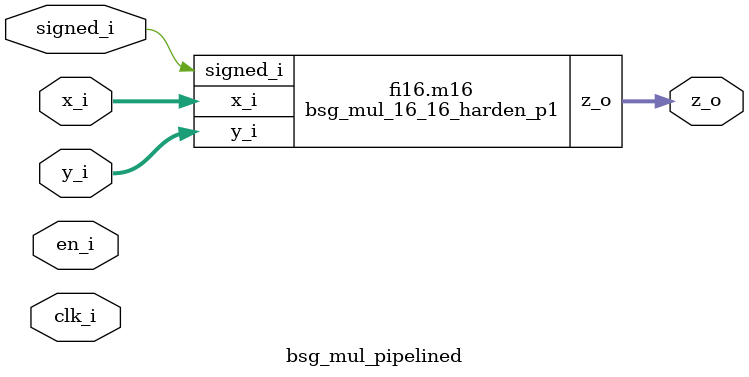
<source format=v>


module top
(
  clk_i,
  en_i,
  x_i,
  y_i,
  signed_i,
  z_o
);

  input [15:0] x_i;
  input [15:0] y_i;
  output [31:0] z_o;
  input clk_i;
  input en_i;
  input signed_i;

  bsg_mul_pipelined
  wrapper
  (
    .x_i(x_i),
    .y_i(y_i),
    .z_o(z_o),
    .clk_i(clk_i),
    .en_i(en_i),
    .signed_i(signed_i)
  );


endmodule



module bsg_mul_SDN_width_p16
(
  x_i,
  signed_i,
  SDN_o
);

  input [15:0] x_i;
  output [26:0] SDN_o;
  input signed_i;
  wire [26:0] SDN_o;
  wire SDN_o_7__0_,SDN_o_6__0_,SDN_o_5__0_,SDN_o_4__0_,SDN_o_3__0_,SDN_o_2__0_,
  SDN_o_1__0_,SDN_o_0__0_,N0,N1,N2,N3,N4,N5,N6,N7,N8,N9,N10,N11,N12,N13,N14,N15,N16,N17,
  N18,N19,N20,N21,N22,N23,N24,N25,N26,N27,N28,N29,N30,N31,N32,N33,N34,N35,N36,N37,
  N38,N39,N40,N41,N42,N43,N44,N45,N46,N47,N48,N49,N50,N51,N52,N53,N54;
  wire [1:0] \rof_8_.trip ;
  assign SDN_o_7__0_ = x_i[15];
  assign SDN_o[21] = SDN_o_7__0_;
  assign SDN_o_6__0_ = x_i[13];
  assign SDN_o[18] = SDN_o_6__0_;
  assign SDN_o_5__0_ = x_i[11];
  assign SDN_o[15] = SDN_o_5__0_;
  assign SDN_o_4__0_ = x_i[9];
  assign SDN_o[12] = SDN_o_4__0_;
  assign SDN_o_3__0_ = x_i[7];
  assign SDN_o[9] = SDN_o_3__0_;
  assign SDN_o_2__0_ = x_i[5];
  assign SDN_o[6] = SDN_o_2__0_;
  assign SDN_o_1__0_ = x_i[3];
  assign SDN_o[3] = SDN_o_1__0_;
  assign SDN_o_0__0_ = x_i[1];
  assign SDN_o[0] = SDN_o_0__0_;
  assign SDN_o[1] = N2 | N5;
  assign N2 = N0 & N1;
  assign N0 = x_i[0] & 1'b0;
  assign N1 = ~SDN_o_0__0_;
  assign N5 = N4 & SDN_o_0__0_;
  assign N4 = ~N3;
  assign N3 = x_i[0] | 1'b0;
  assign SDN_o[2] = 1'b0 ^ x_i[0];
  assign SDN_o[4] = N8 | N11;
  assign N8 = N6 & N7;
  assign N6 = x_i[2] & SDN_o_0__0_;
  assign N7 = ~SDN_o_1__0_;
  assign N11 = N10 & SDN_o_1__0_;
  assign N10 = ~N9;
  assign N9 = x_i[2] | SDN_o_0__0_;
  assign SDN_o[5] = SDN_o_0__0_ ^ x_i[2];
  assign SDN_o[7] = N14 | N17;
  assign N14 = N12 & N13;
  assign N12 = x_i[4] & SDN_o_1__0_;
  assign N13 = ~SDN_o_2__0_;
  assign N17 = N16 & SDN_o_2__0_;
  assign N16 = ~N15;
  assign N15 = x_i[4] | SDN_o_1__0_;
  assign SDN_o[8] = SDN_o_1__0_ ^ x_i[4];
  assign SDN_o[10] = N20 | N23;
  assign N20 = N18 & N19;
  assign N18 = x_i[6] & SDN_o_2__0_;
  assign N19 = ~SDN_o_3__0_;
  assign N23 = N22 & SDN_o_3__0_;
  assign N22 = ~N21;
  assign N21 = x_i[6] | SDN_o_2__0_;
  assign SDN_o[11] = SDN_o_2__0_ ^ x_i[6];
  assign SDN_o[13] = N26 | N29;
  assign N26 = N24 & N25;
  assign N24 = x_i[8] & SDN_o_3__0_;
  assign N25 = ~SDN_o_4__0_;
  assign N29 = N28 & SDN_o_4__0_;
  assign N28 = ~N27;
  assign N27 = x_i[8] | SDN_o_3__0_;
  assign SDN_o[14] = SDN_o_3__0_ ^ x_i[8];
  assign SDN_o[16] = N32 | N35;
  assign N32 = N30 & N31;
  assign N30 = x_i[10] & SDN_o_4__0_;
  assign N31 = ~SDN_o_5__0_;
  assign N35 = N34 & SDN_o_5__0_;
  assign N34 = ~N33;
  assign N33 = x_i[10] | SDN_o_4__0_;
  assign SDN_o[17] = SDN_o_4__0_ ^ x_i[10];
  assign SDN_o[19] = N38 | N41;
  assign N38 = N36 & N37;
  assign N36 = x_i[12] & SDN_o_5__0_;
  assign N37 = ~SDN_o_6__0_;
  assign N41 = N40 & SDN_o_6__0_;
  assign N40 = ~N39;
  assign N39 = x_i[12] | SDN_o_5__0_;
  assign SDN_o[20] = SDN_o_5__0_ ^ x_i[12];
  assign SDN_o[22] = N44 | N47;
  assign N44 = N42 & N43;
  assign N42 = x_i[14] & SDN_o_6__0_;
  assign N43 = ~SDN_o_7__0_;
  assign N47 = N46 & SDN_o_7__0_;
  assign N46 = ~N45;
  assign N45 = x_i[14] | SDN_o_6__0_;
  assign SDN_o[23] = SDN_o_6__0_ ^ x_i[14];
  assign SDN_o[24] = 1'b0 & N48;
  assign N48 = ~signed_i;
  assign \rof_8_.trip [1] = 1'b0 & N48;
  assign \rof_8_.trip [0] = SDN_o_7__0_ & N48;
  assign SDN_o[25] = N51 | N54;
  assign N51 = N49 & N50;
  assign N49 = \rof_8_.trip [1] & \rof_8_.trip [0];
  assign N50 = ~SDN_o[24];
  assign N54 = N53 & SDN_o[24];
  assign N53 = ~N52;
  assign N52 = \rof_8_.trip [1] | \rof_8_.trip [0];
  assign SDN_o[26] = \rof_8_.trip [0] ^ \rof_8_.trip [1];

endmodule



module bsg_mul_csa
(
  x_i,
  y_i,
  z_i,
  c_o,
  s_o
);

  input x_i;
  input y_i;
  input z_i;
  output c_o;
  output s_o;
  wire c_o,s_o,N0,N1;
  assign { N1, N0 } = x_i + y_i;
  assign { c_o, s_o } = { N1, N0 } + z_i;

endmodule



module bsg_mul_comp42
(
  i,
  cr_i,
  cl_o,
  c_o,
  s_o
);

  input [3:0] i;
  input cr_i;
  output cl_o;
  output c_o;
  output s_o;
  wire cl_o,c_o,s_o,tmp;

  bsg_mul_csa
  csa_1
  (
    .x_i(i[0]),
    .y_i(i[1]),
    .z_i(i[2]),
    .c_o(cl_o),
    .s_o(tmp)
  );


  bsg_mul_csa
  csa_2
  (
    .x_i(i[3]),
    .y_i(tmp),
    .z_i(cr_i),
    .c_o(c_o),
    .s_o(s_o)
  );


endmodule



module bsg_mul_booth_4_block_000002_000000_00000c_000000
(
  SDN_i,
  cr_i,
  y_i,
  cl_o,
  c_o,
  s_o
);

  input [14:0] SDN_i;
  input [7:0] y_i;
  input cr_i;
  output cl_o;
  output c_o;
  output s_o;
  wire cl_o,c_o,s_o,N0,N1,N2;
  wire [0:0] dot_vals;

  bsg_mul_comp42
  c
  (
    .i({ 1'b0, 1'b0, SDN_i[3:3], dot_vals[0:0] }),
    .cr_i(cr_i),
    .cl_o(cl_o),
    .c_o(c_o),
    .s_o(s_o)
  );

  assign dot_vals[0] = N2 ^ SDN_i[3];
  assign N2 = N0 | N1;
  assign N0 = SDN_i[5] & y_i[1];
  assign N1 = SDN_i[4] & y_i[0];

endmodule



module bsg_mul_booth_4_block_000000_000000_00000e_000000
(
  SDN_i,
  cr_i,
  y_i,
  cl_o,
  c_o,
  s_o
);

  input [14:0] SDN_i;
  input [7:0] y_i;
  input cr_i;
  output cl_o;
  output c_o;
  output s_o;
  wire cl_o,c_o,s_o,N0,N1,N2;
  wire [0:0] dot_vals;

  bsg_mul_comp42
  c
  (
    .i({ 1'b0, 1'b0, 1'b0, dot_vals[0:0] }),
    .cr_i(cr_i),
    .cl_o(cl_o),
    .c_o(c_o),
    .s_o(s_o)
  );

  assign dot_vals[0] = N2 ^ SDN_i[3];
  assign N2 = N0 | N1;
  assign N0 = SDN_i[5] & y_i[1];
  assign N1 = SDN_i[4] & y_i[0];

endmodule



module bsg_mul_booth_4_block_000004_000000_000008_000000
(
  SDN_i,
  cr_i,
  y_i,
  cl_o,
  c_o,
  s_o
);

  input [14:0] SDN_i;
  input [7:0] y_i;
  input cr_i;
  output cl_o;
  output c_o;
  output s_o;
  wire cl_o,c_o,s_o,N0,N1,N2,N3,N4,N5;
  wire [1:0] dot_vals;

  bsg_mul_comp42
  c
  (
    .i({ 1'b0, SDN_i[6:6], dot_vals }),
    .cr_i(cr_i),
    .cl_o(cl_o),
    .c_o(c_o),
    .s_o(s_o)
  );

  assign dot_vals[0] = N2 ^ SDN_i[3];
  assign N2 = N0 | N1;
  assign N0 = SDN_i[5] & y_i[1];
  assign N1 = SDN_i[4] & y_i[0];
  assign dot_vals[1] = N5 ^ SDN_i[6];
  assign N5 = N3 | N4;
  assign N3 = SDN_i[8] & y_i[3];
  assign N4 = SDN_i[7] & y_i[2];

endmodule



module bsg_mul_booth_4_block_000000_000000_00000c_000000
(
  SDN_i,
  cr_i,
  y_i,
  cl_o,
  c_o,
  s_o
);

  input [14:0] SDN_i;
  input [7:0] y_i;
  input cr_i;
  output cl_o;
  output c_o;
  output s_o;
  wire cl_o,c_o,s_o,N0,N1,N2,N3,N4,N5;
  wire [1:0] dot_vals;

  bsg_mul_comp42
  c
  (
    .i({ 1'b0, 1'b0, dot_vals }),
    .cr_i(cr_i),
    .cl_o(cl_o),
    .c_o(c_o),
    .s_o(s_o)
  );

  assign dot_vals[0] = N2 ^ SDN_i[3];
  assign N2 = N0 | N1;
  assign N0 = SDN_i[5] & y_i[1];
  assign N1 = SDN_i[4] & y_i[0];
  assign dot_vals[1] = N5 ^ SDN_i[6];
  assign N5 = N3 | N4;
  assign N3 = SDN_i[8] & y_i[3];
  assign N4 = SDN_i[7] & y_i[2];

endmodule



module bsg_mul_booth_4_block_000008_000000_000000_000000
(
  SDN_i,
  cr_i,
  y_i,
  cl_o,
  c_o,
  s_o
);

  input [14:0] SDN_i;
  input [7:0] y_i;
  input cr_i;
  output cl_o;
  output c_o;
  output s_o;
  wire cl_o,c_o,s_o,N0,N1,N2,N3,N4,N5,N6,N7,N8;
  wire [2:0] dot_vals;

  bsg_mul_comp42
  c
  (
    .i({ SDN_i[9:9], dot_vals }),
    .cr_i(cr_i),
    .cl_o(cl_o),
    .c_o(c_o),
    .s_o(s_o)
  );

  assign dot_vals[0] = N2 ^ SDN_i[3];
  assign N2 = N0 | N1;
  assign N0 = SDN_i[5] & y_i[1];
  assign N1 = SDN_i[4] & y_i[0];
  assign dot_vals[1] = N5 ^ SDN_i[6];
  assign N5 = N3 | N4;
  assign N3 = SDN_i[8] & y_i[3];
  assign N4 = SDN_i[7] & y_i[2];
  assign dot_vals[2] = N8 ^ SDN_i[9];
  assign N8 = N6 | N7;
  assign N6 = SDN_i[11] & y_i[5];
  assign N7 = SDN_i[10] & y_i[4];

endmodule



module bsg_mul_booth_4_block_000000_000000_000008_000000
(
  SDN_i,
  cr_i,
  y_i,
  cl_o,
  c_o,
  s_o
);

  input [14:0] SDN_i;
  input [7:0] y_i;
  input cr_i;
  output cl_o;
  output c_o;
  output s_o;
  wire cl_o,c_o,s_o,N0,N1,N2,N3,N4,N5,N6,N7,N8;
  wire [2:0] dot_vals;

  bsg_mul_comp42
  c
  (
    .i({ 1'b0, dot_vals }),
    .cr_i(cr_i),
    .cl_o(cl_o),
    .c_o(c_o),
    .s_o(s_o)
  );

  assign dot_vals[0] = N2 ^ SDN_i[3];
  assign N2 = N0 | N1;
  assign N0 = SDN_i[5] & y_i[1];
  assign N1 = SDN_i[4] & y_i[0];
  assign dot_vals[1] = N5 ^ SDN_i[6];
  assign N5 = N3 | N4;
  assign N3 = SDN_i[8] & y_i[3];
  assign N4 = SDN_i[7] & y_i[2];
  assign dot_vals[2] = N8 ^ SDN_i[9];
  assign N8 = N6 | N7;
  assign N6 = SDN_i[11] & y_i[5];
  assign N7 = SDN_i[10] & y_i[4];

endmodule



module bsg_mul_booth_4_block_rep_00000006_080402_000000_80c8ec_000000
(
  SDN_i,
  cr_i,
  y_vec_i,
  cl_o,
  c_o,
  s_o
);

  input [14:0] SDN_i;
  input [47:0] y_vec_i;
  output [5:0] c_o;
  output [5:0] s_o;
  input cr_i;
  output cl_o;
  wire [5:0] c_o,s_o;
  wire cl_o;
  wire [5:1] ci_local;

  bsg_mul_booth_4_block_000002_000000_00000c_000000
  \rof_0_.b4b 
  (
    .SDN_i(SDN_i),
    .cr_i(cr_i),
    .y_i(y_vec_i[7:0]),
    .cl_o(ci_local[1]),
    .c_o(c_o[0]),
    .s_o(s_o[0])
  );


  bsg_mul_booth_4_block_000000_000000_00000e_000000
  \rof_1_.b4b 
  (
    .SDN_i(SDN_i),
    .cr_i(ci_local[1]),
    .y_i(y_vec_i[15:8]),
    .cl_o(ci_local[2]),
    .c_o(c_o[1]),
    .s_o(s_o[1])
  );


  bsg_mul_booth_4_block_000004_000000_000008_000000
  \rof_2_.b4b 
  (
    .SDN_i(SDN_i),
    .cr_i(ci_local[2]),
    .y_i(y_vec_i[23:16]),
    .cl_o(ci_local[3]),
    .c_o(c_o[2]),
    .s_o(s_o[2])
  );


  bsg_mul_booth_4_block_000000_000000_00000c_000000
  \rof_3_.b4b 
  (
    .SDN_i(SDN_i),
    .cr_i(ci_local[3]),
    .y_i(y_vec_i[31:24]),
    .cl_o(ci_local[4]),
    .c_o(c_o[3]),
    .s_o(s_o[3])
  );


  bsg_mul_booth_4_block_000008_000000_000000_000000
  \rof_4_.b4b 
  (
    .SDN_i(SDN_i),
    .cr_i(ci_local[4]),
    .y_i(y_vec_i[39:32]),
    .cl_o(ci_local[5]),
    .c_o(c_o[4]),
    .s_o(s_o[4])
  );


  bsg_mul_booth_4_block_000000_000000_000008_000000
  \rof_5_.b4b 
  (
    .SDN_i(SDN_i),
    .cr_i(ci_local[5]),
    .y_i(y_vec_i[47:40]),
    .cl_o(cl_o),
    .c_o(c_o[5]),
    .s_o(s_o[5])
  );


endmodule



module bsg_mul_B4B_rep_00000006_0000000000_16_080402_000000_80c8ec_000000_1
(
  SDN_i,
  cr_i,
  y_i,
  signed_i,
  cl_o,
  c_o,
  s_o
);

  input [14:0] SDN_i;
  input [15:0] y_i;
  output [5:0] c_o;
  output [5:0] s_o;
  input cr_i;
  input signed_i;
  output cl_o;
  wire [5:0] c_o,s_o;
  wire cl_o;

  bsg_mul_booth_4_block_rep_00000006_080402_000000_80c8ec_000000
  bb4bh
  (
    .SDN_i(SDN_i),
    .cr_i(cr_i),
    .y_vec_i({ 1'b0, 1'b0, y_i[1:0], y_i[3:2], y_i[5:4], 1'b0, 1'b0, y_i[0:0], 1'b0, y_i[2:1], y_i[4:3], 1'b0, 1'b0, 1'b0, 1'b0, y_i[1:0], y_i[3:2], 1'b0, 1'b0, 1'b0, 1'b0, y_i[0:0], 1'b0, y_i[2:1], 1'b0, 1'b0, 1'b0, 1'b0, 1'b0, 1'b0, y_i[1:0], 1'b0, 1'b0, 1'b0, 1'b0, 1'b0, 1'b0, y_i[0:0], 1'b0 }),
    .cl_o(cl_o),
    .c_o(c_o),
    .s_o(s_o)
  );


endmodule



module bsg_mul_booth_4_block_00000000_00000000_00000000_00000000
(
  SDN_i,
  cr_i,
  y_i,
  cl_o,
  c_o,
  s_o
);

  input [14:0] SDN_i;
  input [7:0] y_i;
  input cr_i;
  output cl_o;
  output c_o;
  output s_o;
  wire cl_o,c_o,s_o,N0,N1,N2,N3,N4,N5,N6,N7,N8,N9,N10,N11;
  wire [3:0] dot_vals;

  bsg_mul_comp42
  c
  (
    .i(dot_vals),
    .cr_i(cr_i),
    .cl_o(cl_o),
    .c_o(c_o),
    .s_o(s_o)
  );

  assign dot_vals[0] = N2 ^ SDN_i[3];
  assign N2 = N0 | N1;
  assign N0 = SDN_i[5] & y_i[1];
  assign N1 = SDN_i[4] & y_i[0];
  assign dot_vals[1] = N5 ^ SDN_i[6];
  assign N5 = N3 | N4;
  assign N3 = SDN_i[8] & y_i[3];
  assign N4 = SDN_i[7] & y_i[2];
  assign dot_vals[2] = N8 ^ SDN_i[9];
  assign N8 = N6 | N7;
  assign N6 = SDN_i[11] & y_i[5];
  assign N7 = SDN_i[10] & y_i[4];
  assign dot_vals[3] = N11 ^ SDN_i[12];
  assign N11 = N9 | N10;
  assign N9 = SDN_i[14] & y_i[7];
  assign N10 = SDN_i[13] & y_i[6];

endmodule



module bsg_mul_booth_4_block_rep_00000008_00000000_00000000_00000000_00000000
(
  SDN_i,
  cr_i,
  y_vec_i,
  cl_o,
  c_o,
  s_o
);

  input [14:0] SDN_i;
  input [63:0] y_vec_i;
  output [7:0] c_o;
  output [7:0] s_o;
  input cr_i;
  output cl_o;
  wire [7:0] c_o,s_o;
  wire cl_o;
  wire [7:1] ci_local;

  bsg_mul_booth_4_block_00000000_00000000_00000000_00000000
  \rof_0_.b4b 
  (
    .SDN_i(SDN_i),
    .cr_i(cr_i),
    .y_i(y_vec_i[7:0]),
    .cl_o(ci_local[1]),
    .c_o(c_o[0]),
    .s_o(s_o[0])
  );


  bsg_mul_booth_4_block_00000000_00000000_00000000_00000000
  \rof_1_.b4b 
  (
    .SDN_i(SDN_i),
    .cr_i(ci_local[1]),
    .y_i(y_vec_i[15:8]),
    .cl_o(ci_local[2]),
    .c_o(c_o[1]),
    .s_o(s_o[1])
  );


  bsg_mul_booth_4_block_00000000_00000000_00000000_00000000
  \rof_2_.b4b 
  (
    .SDN_i(SDN_i),
    .cr_i(ci_local[2]),
    .y_i(y_vec_i[23:16]),
    .cl_o(ci_local[3]),
    .c_o(c_o[2]),
    .s_o(s_o[2])
  );


  bsg_mul_booth_4_block_00000000_00000000_00000000_00000000
  \rof_3_.b4b 
  (
    .SDN_i(SDN_i),
    .cr_i(ci_local[3]),
    .y_i(y_vec_i[31:24]),
    .cl_o(ci_local[4]),
    .c_o(c_o[3]),
    .s_o(s_o[3])
  );


  bsg_mul_booth_4_block_00000000_00000000_00000000_00000000
  \rof_4_.b4b 
  (
    .SDN_i(SDN_i),
    .cr_i(ci_local[4]),
    .y_i(y_vec_i[39:32]),
    .cl_o(ci_local[5]),
    .c_o(c_o[4]),
    .s_o(s_o[4])
  );


  bsg_mul_booth_4_block_00000000_00000000_00000000_00000000
  \rof_5_.b4b 
  (
    .SDN_i(SDN_i),
    .cr_i(ci_local[5]),
    .y_i(y_vec_i[47:40]),
    .cl_o(ci_local[6]),
    .c_o(c_o[5]),
    .s_o(s_o[5])
  );


  bsg_mul_booth_4_block_00000000_00000000_00000000_00000000
  \rof_6_.b4b 
  (
    .SDN_i(SDN_i),
    .cr_i(ci_local[6]),
    .y_i(y_vec_i[55:48]),
    .cl_o(ci_local[7]),
    .c_o(c_o[6]),
    .s_o(s_o[6])
  );


  bsg_mul_booth_4_block_00000000_00000000_00000000_00000000
  \rof_7_.b4b 
  (
    .SDN_i(SDN_i),
    .cr_i(ci_local[7]),
    .y_i(y_vec_i[63:56]),
    .cl_o(cl_o),
    .c_o(c_o[7]),
    .s_o(s_o[7])
  );


endmodule



module bsg_mul_B4B_rep_00000008_0000000006_16_00000000_00000000_00000000_00000000_1
(
  SDN_i,
  cr_i,
  y_i,
  signed_i,
  cl_o,
  c_o,
  s_o
);

  input [14:0] SDN_i;
  input [15:0] y_i;
  output [7:0] c_o;
  output [7:0] s_o;
  input cr_i;
  input signed_i;
  output cl_o;
  wire [7:0] c_o,s_o;
  wire cl_o;

  bsg_mul_booth_4_block_rep_00000008_00000000_00000000_00000000_00000000
  bb4bh
  (
    .SDN_i(SDN_i),
    .cr_i(cr_i),
    .y_vec_i({ y_i[7:6], y_i[9:8], y_i[11:10], y_i[13:12], y_i[6:5], y_i[8:7], y_i[10:9], y_i[12:11], y_i[5:4], y_i[7:6], y_i[9:8], y_i[11:10], y_i[4:3], y_i[6:5], y_i[8:7], y_i[10:9], y_i[3:2], y_i[5:4], y_i[7:6], y_i[9:8], y_i[2:1], y_i[4:3], y_i[6:5], y_i[8:7], y_i[1:0], y_i[3:2], y_i[5:4], y_i[7:6], y_i[0:0], 1'b0, y_i[2:1], y_i[4:3], y_i[6:5] }),
    .cl_o(cl_o),
    .c_o(c_o),
    .s_o(s_o)
  );


endmodule



module bsg_mul_booth_4_block_000000_000000_000000_000000
(
  SDN_i,
  cr_i,
  y_i,
  cl_o,
  c_o,
  s_o
);

  input [14:0] SDN_i;
  input [7:0] y_i;
  input cr_i;
  output cl_o;
  output c_o;
  output s_o;
  wire cl_o,c_o,s_o,N0,N1,N2,N3,N4,N5,N6,N7,N8,N9,N10,N11;
  wire [3:0] dot_vals;

  bsg_mul_comp42
  c
  (
    .i(dot_vals),
    .cr_i(cr_i),
    .cl_o(cl_o),
    .c_o(c_o),
    .s_o(s_o)
  );

  assign dot_vals[0] = N2 ^ SDN_i[3];
  assign N2 = N0 | N1;
  assign N0 = SDN_i[5] & y_i[1];
  assign N1 = SDN_i[4] & y_i[0];
  assign dot_vals[1] = N5 ^ SDN_i[6];
  assign N5 = N3 | N4;
  assign N3 = SDN_i[8] & y_i[3];
  assign N4 = SDN_i[7] & y_i[2];
  assign dot_vals[2] = N8 ^ SDN_i[9];
  assign N8 = N6 | N7;
  assign N6 = SDN_i[11] & y_i[5];
  assign N7 = SDN_i[10] & y_i[4];
  assign dot_vals[3] = N11 ^ SDN_i[12];
  assign N11 = N9 | N10;
  assign N9 = SDN_i[14] & y_i[7];
  assign N10 = SDN_i[13] & y_i[6];

endmodule



module bsg_mul_booth_4_block_000000_000003_000000_000000
(
  SDN_i,
  cr_i,
  y_i,
  cl_o,
  c_o,
  s_o
);

  input [14:0] SDN_i;
  input [7:0] y_i;
  input cr_i;
  output cl_o;
  output c_o;
  output s_o;
  wire cl_o,c_o,s_o,N0,N1,N2,N3,N4,N5,N6,N7,N8,N9,N10,N11,N12,N13;
  wire [3:0] dot_vals;

  bsg_mul_comp42
  c
  (
    .i(dot_vals),
    .cr_i(cr_i),
    .cl_o(cl_o),
    .c_o(c_o),
    .s_o(s_o)
  );

  assign N0 = N4 ^ SDN_i[3];
  assign N4 = N2 | N3;
  assign N2 = SDN_i[5] & y_i[1];
  assign N3 = SDN_i[4] & y_i[0];
  assign dot_vals[0] = ~N0;
  assign N1 = N7 ^ SDN_i[6];
  assign N7 = N5 | N6;
  assign N5 = SDN_i[8] & y_i[3];
  assign N6 = SDN_i[7] & y_i[2];
  assign dot_vals[1] = ~N1;
  assign dot_vals[2] = N10 ^ SDN_i[9];
  assign N10 = N8 | N9;
  assign N8 = SDN_i[11] & y_i[5];
  assign N9 = SDN_i[10] & y_i[4];
  assign dot_vals[3] = N13 ^ SDN_i[12];
  assign N13 = N11 | N12;
  assign N11 = SDN_i[14] & y_i[7];
  assign N12 = SDN_i[13] & y_i[6];

endmodule



module bsg_mul_booth_4_block_rep_00000006_000000_300000_000000_000000
(
  SDN_i,
  cr_i,
  y_vec_i,
  cl_o,
  c_o,
  s_o
);

  input [14:0] SDN_i;
  input [47:0] y_vec_i;
  output [5:0] c_o;
  output [5:0] s_o;
  input cr_i;
  output cl_o;
  wire [5:0] c_o,s_o;
  wire cl_o;
  wire [5:1] ci_local;

  bsg_mul_booth_4_block_000000_000000_000000_000000
  \rof_0_.b4b 
  (
    .SDN_i(SDN_i),
    .cr_i(cr_i),
    .y_i(y_vec_i[7:0]),
    .cl_o(ci_local[1]),
    .c_o(c_o[0]),
    .s_o(s_o[0])
  );


  bsg_mul_booth_4_block_000000_000000_000000_000000
  \rof_1_.b4b 
  (
    .SDN_i(SDN_i),
    .cr_i(ci_local[1]),
    .y_i(y_vec_i[15:8]),
    .cl_o(ci_local[2]),
    .c_o(c_o[1]),
    .s_o(s_o[1])
  );


  bsg_mul_booth_4_block_000000_000000_000000_000000
  \rof_2_.b4b 
  (
    .SDN_i(SDN_i),
    .cr_i(ci_local[2]),
    .y_i(y_vec_i[23:16]),
    .cl_o(ci_local[3]),
    .c_o(c_o[2]),
    .s_o(s_o[2])
  );


  bsg_mul_booth_4_block_000000_000000_000000_000000
  \rof_3_.b4b 
  (
    .SDN_i(SDN_i),
    .cr_i(ci_local[3]),
    .y_i(y_vec_i[31:24]),
    .cl_o(ci_local[4]),
    .c_o(c_o[3]),
    .s_o(s_o[3])
  );


  bsg_mul_booth_4_block_000000_000000_000000_000000
  \rof_4_.b4b 
  (
    .SDN_i(SDN_i),
    .cr_i(ci_local[4]),
    .y_i(y_vec_i[39:32]),
    .cl_o(ci_local[5]),
    .c_o(c_o[4]),
    .s_o(s_o[4])
  );


  bsg_mul_booth_4_block_000000_000003_000000_000000
  \rof_5_.b4b 
  (
    .SDN_i(SDN_i),
    .cr_i(ci_local[5]),
    .y_i(y_vec_i[47:40]),
    .cl_o(cl_o),
    .c_o(c_o[5]),
    .s_o(s_o[5])
  );


endmodule



module bsg_mul_B4B_rep_00000006_000000000e_16_000000_300000_000000_000000_1
(
  SDN_i,
  cr_i,
  y_i,
  signed_i,
  cl_o,
  c_o,
  s_o
);

  input [14:0] SDN_i;
  input [15:0] y_i;
  output [5:0] c_o;
  output [5:0] s_o;
  input cr_i;
  input signed_i;
  output cl_o;
  wire [5:0] c_o,s_o;
  wire cl_o;
  wire [28:25] y_pad;

  bsg_mul_booth_4_block_rep_00000006_000000_300000_000000_000000
  bb4bh
  (
    .SDN_i(SDN_i),
    .cr_i(cr_i),
    .y_vec_i({ y_i[13:12], y_i[15:14], y_pad[26:25], y_pad[28:27], y_i[12:11], y_i[14:13], y_pad[25:25], y_i[15:15], y_pad[27:26], y_i[11:10], y_i[13:12], y_i[15:14], y_pad[26:25], y_i[10:9], y_i[12:11], y_i[14:13], y_pad[25:25], y_i[15:15], y_i[9:8], y_i[11:10], y_i[13:12], y_i[15:14], y_i[8:7], y_i[10:9], y_i[12:11], y_i[14:13] }),
    .cl_o(cl_o),
    .c_o(c_o),
    .s_o(s_o)
  );

  assign y_pad[28] = y_i[15] & signed_i;
  assign y_pad[27] = y_i[15] & signed_i;
  assign y_pad[26] = y_i[15] & signed_i;
  assign y_pad[25] = y_i[15] & signed_i;

endmodule



module bsg_mul_booth_4_block_00000_00000_00001_00002
(
  SDN_i,
  cr_i,
  y_i,
  cl_o,
  c_o,
  s_o
);

  input [14:0] SDN_i;
  input [7:0] y_i;
  input cr_i;
  output cl_o;
  output c_o;
  output s_o;
  wire cl_o,c_o,s_o,N0,N1,N2,N3,N4,N5;
  wire [3:2] dot_vals;

  bsg_mul_comp42
  c
  (
    .i({ dot_vals, 1'b1, 1'b0 }),
    .cr_i(cr_i),
    .cl_o(cl_o),
    .c_o(c_o),
    .s_o(s_o)
  );

  assign dot_vals[2] = N2 ^ SDN_i[9];
  assign N2 = N0 | N1;
  assign N0 = SDN_i[11] & y_i[5];
  assign N1 = SDN_i[10] & y_i[4];
  assign dot_vals[3] = N5 ^ SDN_i[12];
  assign N5 = N3 | N4;
  assign N3 = SDN_i[14] & y_i[7];
  assign N4 = SDN_i[13] & y_i[6];

endmodule



module bsg_mul_booth_4_block_00000_00004_00003_00000
(
  SDN_i,
  cr_i,
  y_i,
  cl_o,
  c_o,
  s_o
);

  input [14:0] SDN_i;
  input [7:0] y_i;
  input cr_i;
  output cl_o;
  output c_o;
  output s_o;
  wire cl_o,c_o,s_o,N0,N1,N2,N3,N4,N5,N6;
  wire [3:2] dot_vals;

  bsg_mul_comp42
  c
  (
    .i({ dot_vals, 1'b0, 1'b0 }),
    .cr_i(cr_i),
    .cl_o(cl_o),
    .c_o(c_o),
    .s_o(s_o)
  );

  assign N0 = N3 ^ SDN_i[9];
  assign N3 = N1 | N2;
  assign N1 = SDN_i[11] & y_i[5];
  assign N2 = SDN_i[10] & y_i[4];
  assign dot_vals[2] = ~N0;
  assign dot_vals[3] = N6 ^ SDN_i[12];
  assign N6 = N4 | N5;
  assign N4 = SDN_i[14] & y_i[7];
  assign N5 = SDN_i[13] & y_i[6];

endmodule



module bsg_mul_booth_4_block_00000_00000_00003_00004
(
  SDN_i,
  cr_i,
  y_i,
  cl_o,
  c_o,
  s_o
);

  input [14:0] SDN_i;
  input [7:0] y_i;
  input cr_i;
  output cl_o;
  output c_o;
  output s_o;
  wire cl_o,c_o,s_o,N0,N1,N2;
  wire [3:3] dot_vals;

  bsg_mul_comp42
  c
  (
    .i({ dot_vals[3:3], 1'b1, 1'b0, 1'b0 }),
    .cr_i(cr_i),
    .cl_o(cl_o),
    .c_o(c_o),
    .s_o(s_o)
  );

  assign dot_vals[3] = N2 ^ SDN_i[12];
  assign N2 = N0 | N1;
  assign N0 = SDN_i[14] & y_i[7];
  assign N1 = SDN_i[13] & y_i[6];

endmodule



module bsg_mul_booth_4_block_00000_00008_00007_00000
(
  SDN_i,
  cr_i,
  y_i,
  cl_o,
  c_o,
  s_o
);

  input [14:0] SDN_i;
  input [7:0] y_i;
  input cr_i;
  output cl_o;
  output c_o;
  output s_o;
  wire cl_o,c_o,s_o,N0,N1,N2,N3;
  wire [3:3] dot_vals;

  bsg_mul_comp42
  c
  (
    .i({ dot_vals[3:3], 1'b0, 1'b0, 1'b0 }),
    .cr_i(cr_i),
    .cl_o(cl_o),
    .c_o(c_o),
    .s_o(s_o)
  );

  assign N0 = N3 ^ SDN_i[12];
  assign N3 = N1 | N2;
  assign N1 = SDN_i[14] & y_i[7];
  assign N2 = SDN_i[13] & y_i[6];
  assign dot_vals[3] = ~N0;

endmodule



module bsg_mul_booth_4_block_00000_00000_00007_00008
(
  SDN_i,
  cr_i,
  y_i,
  cl_o,
  c_o,
  s_o
);

  input [14:0] SDN_i;
  input [7:0] y_i;
  input cr_i;
  output cl_o;
  output c_o;
  output s_o;
  wire cl_o,c_o,s_o;

  bsg_mul_comp42
  c
  (
    .i({ 1'b1, 1'b0, 1'b0, 1'b0 }),
    .cr_i(cr_i),
    .cl_o(cl_o),
    .c_o(c_o),
    .s_o(s_o)
  );


endmodule



module bsg_mul_booth_4_block_rep_00000005_00000_08040_77331_80402
(
  SDN_i,
  cr_i,
  y_vec_i,
  cl_o,
  c_o,
  s_o
);

  input [14:0] SDN_i;
  input [39:0] y_vec_i;
  output [4:0] c_o;
  output [4:0] s_o;
  input cr_i;
  output cl_o;
  wire [4:0] c_o,s_o;
  wire cl_o;
  wire [4:1] ci_local;

  bsg_mul_booth_4_block_00000_00000_00001_00002
  \rof_0_.b4b 
  (
    .SDN_i(SDN_i),
    .cr_i(cr_i),
    .y_i(y_vec_i[7:0]),
    .cl_o(ci_local[1]),
    .c_o(c_o[0]),
    .s_o(s_o[0])
  );


  bsg_mul_booth_4_block_00000_00004_00003_00000
  \rof_1_.b4b 
  (
    .SDN_i(SDN_i),
    .cr_i(ci_local[1]),
    .y_i(y_vec_i[15:8]),
    .cl_o(ci_local[2]),
    .c_o(c_o[1]),
    .s_o(s_o[1])
  );


  bsg_mul_booth_4_block_00000_00000_00003_00004
  \rof_2_.b4b 
  (
    .SDN_i(SDN_i),
    .cr_i(ci_local[2]),
    .y_i(y_vec_i[23:16]),
    .cl_o(ci_local[3]),
    .c_o(c_o[2]),
    .s_o(s_o[2])
  );


  bsg_mul_booth_4_block_00000_00008_00007_00000
  \rof_3_.b4b 
  (
    .SDN_i(SDN_i),
    .cr_i(ci_local[3]),
    .y_i(y_vec_i[31:24]),
    .cl_o(ci_local[4]),
    .c_o(c_o[3]),
    .s_o(s_o[3])
  );


  bsg_mul_booth_4_block_00000_00000_00007_00008
  \rof_4_.b4b 
  (
    .SDN_i(SDN_i),
    .cr_i(ci_local[4]),
    .y_i(y_vec_i[39:32]),
    .cl_o(cl_o),
    .c_o(c_o[4]),
    .s_o(s_o[4])
  );


endmodule



module bsg_mul_B4B_rep_00000005_0000000014_16_00000_08040_77331_80402_1
(
  SDN_i,
  cr_i,
  y_i,
  signed_i,
  cl_o,
  c_o,
  s_o
);

  input [14:0] SDN_i;
  input [15:0] y_i;
  output [4:0] c_o;
  output [4:0] s_o;
  input cr_i;
  input signed_i;
  output cl_o;
  wire [4:0] c_o,s_o;
  wire cl_o;
  wire [32:25] y_pad;

  bsg_mul_booth_4_block_rep_00000005_00000_08040_77331_80402
  bb4bh
  (
    .SDN_i(SDN_i),
    .cr_i(cr_i),
    .y_vec_i({ y_pad[27:26], y_pad[29:28], y_pad[31:30], 1'b0, y_pad[32:32], y_pad[26:25], y_pad[28:27], y_pad[30:29], y_pad[32:31], y_pad[25:25], y_i[15:15], y_pad[27:26], y_pad[29:28], y_pad[31:30], y_i[15:14], y_pad[26:25], y_pad[28:27], y_pad[30:29], y_i[14:13], y_pad[25:25], y_i[15:15], y_pad[27:26], y_pad[29:28] }),
    .cl_o(cl_o),
    .c_o(c_o),
    .s_o(s_o)
  );

  assign y_pad[32] = y_i[15] & signed_i;
  assign y_pad[31] = y_i[15] & signed_i;
  assign y_pad[30] = y_i[15] & signed_i;
  assign y_pad[29] = y_i[15] & signed_i;
  assign y_pad[28] = y_i[15] & signed_i;
  assign y_pad[27] = y_i[15] & signed_i;
  assign y_pad[26] = y_i[15] & signed_i;
  assign y_pad[25] = y_i[15] & signed_i;

endmodule



module bsg_mul_B4B_rep_rep_4_25_19140e0600_0_16_1
(
  SDN_i,
  cr_i,
  y_i,
  signed_i,
  cl_o,
  c_o,
  s_o
);

  input [14:0] SDN_i;
  input [15:0] y_i;
  output [24:0] c_o;
  output [24:0] s_o;
  input cr_i;
  input signed_i;
  output cl_o;
  wire [24:0] c_o,s_o;
  wire cl_o;
  wire [3:1] carries;

  bsg_mul_B4B_rep_00000006_0000000000_16_080402_000000_80c8ec_000000_1
  \rof_0_.br 
  (
    .SDN_i(SDN_i),
    .cr_i(cr_i),
    .y_i(y_i),
    .signed_i(signed_i),
    .cl_o(carries[1]),
    .c_o(c_o[5:0]),
    .s_o(s_o[5:0])
  );


  bsg_mul_B4B_rep_00000008_0000000006_16_00000000_00000000_00000000_00000000_1
  \rof_1_.br 
  (
    .SDN_i(SDN_i),
    .cr_i(carries[1]),
    .y_i(y_i),
    .signed_i(signed_i),
    .cl_o(carries[2]),
    .c_o(c_o[13:6]),
    .s_o(s_o[13:6])
  );


  bsg_mul_B4B_rep_00000006_000000000e_16_000000_300000_000000_000000_1
  \rof_2_.br 
  (
    .SDN_i(SDN_i),
    .cr_i(carries[2]),
    .y_i(y_i),
    .signed_i(signed_i),
    .cl_o(carries[3]),
    .c_o(c_o[19:14]),
    .s_o(s_o[19:14])
  );


  bsg_mul_B4B_rep_00000005_0000000014_16_00000_08040_77331_80402_1
  \rof_3_.br 
  (
    .SDN_i(SDN_i),
    .cr_i(carries[3]),
    .y_i(y_i),
    .signed_i(signed_i),
    .cl_o(cl_o),
    .c_o(c_o[24:20]),
    .s_o(s_o[24:20])
  );


endmodule



module bsg_mul_booth_4_block_00000001_00000000_0000000e_00000000
(
  SDN_i,
  cr_i,
  y_i,
  cl_o,
  c_o,
  s_o
);

  input [14:0] SDN_i;
  input [7:0] y_i;
  input cr_i;
  output cl_o;
  output c_o;
  output s_o;
  wire cl_o,c_o,s_o;

  bsg_mul_comp42
  c
  (
    .i({ 1'b0, 1'b0, 1'b0, SDN_i[0:0] }),
    .cr_i(cr_i),
    .cl_o(cl_o),
    .c_o(c_o),
    .s_o(s_o)
  );


endmodule



module bsg_mul_booth_4_block_00000000_00000000_0000000f_00000000
(
  SDN_i,
  cr_i,
  y_i,
  cl_o,
  c_o,
  s_o
);

  input [14:0] SDN_i;
  input [7:0] y_i;
  input cr_i;
  output cl_o;
  output c_o;
  output s_o;
  wire cl_o,c_o,s_o;

  bsg_mul_comp42
  c
  (
    .i({ 1'b0, 1'b0, 1'b0, 1'b0 }),
    .cr_i(cr_i),
    .cl_o(cl_o),
    .c_o(c_o),
    .s_o(s_o)
  );


endmodule



module bsg_mul_booth_4_block_00000002_00000000_0000000c_00000000
(
  SDN_i,
  cr_i,
  y_i,
  cl_o,
  c_o,
  s_o
);

  input [14:0] SDN_i;
  input [7:0] y_i;
  input cr_i;
  output cl_o;
  output c_o;
  output s_o;
  wire cl_o,c_o,s_o,N0,N1,N2;
  wire [0:0] dot_vals;

  bsg_mul_comp42
  c
  (
    .i({ 1'b0, 1'b0, SDN_i[3:3], dot_vals[0:0] }),
    .cr_i(cr_i),
    .cl_o(cl_o),
    .c_o(c_o),
    .s_o(s_o)
  );

  assign dot_vals[0] = N2 ^ SDN_i[3];
  assign N2 = N0 | N1;
  assign N0 = SDN_i[5] & y_i[1];
  assign N1 = SDN_i[4] & y_i[0];

endmodule



module bsg_mul_booth_4_block_00000000_00000000_0000000e_00000000
(
  SDN_i,
  cr_i,
  y_i,
  cl_o,
  c_o,
  s_o
);

  input [14:0] SDN_i;
  input [7:0] y_i;
  input cr_i;
  output cl_o;
  output c_o;
  output s_o;
  wire cl_o,c_o,s_o,N0,N1,N2;
  wire [0:0] dot_vals;

  bsg_mul_comp42
  c
  (
    .i({ 1'b0, 1'b0, 1'b0, dot_vals[0:0] }),
    .cr_i(cr_i),
    .cl_o(cl_o),
    .c_o(c_o),
    .s_o(s_o)
  );

  assign dot_vals[0] = N2 ^ SDN_i[3];
  assign N2 = N0 | N1;
  assign N0 = SDN_i[5] & y_i[1];
  assign N1 = SDN_i[4] & y_i[0];

endmodule



module bsg_mul_booth_4_block_00000004_00000000_00000008_00000000
(
  SDN_i,
  cr_i,
  y_i,
  cl_o,
  c_o,
  s_o
);

  input [14:0] SDN_i;
  input [7:0] y_i;
  input cr_i;
  output cl_o;
  output c_o;
  output s_o;
  wire cl_o,c_o,s_o,N0,N1,N2,N3,N4,N5;
  wire [1:0] dot_vals;

  bsg_mul_comp42
  c
  (
    .i({ 1'b0, SDN_i[6:6], dot_vals }),
    .cr_i(cr_i),
    .cl_o(cl_o),
    .c_o(c_o),
    .s_o(s_o)
  );

  assign dot_vals[0] = N2 ^ SDN_i[3];
  assign N2 = N0 | N1;
  assign N0 = SDN_i[5] & y_i[1];
  assign N1 = SDN_i[4] & y_i[0];
  assign dot_vals[1] = N5 ^ SDN_i[6];
  assign N5 = N3 | N4;
  assign N3 = SDN_i[8] & y_i[3];
  assign N4 = SDN_i[7] & y_i[2];

endmodule



module bsg_mul_booth_4_block_00000000_00000000_0000000c_00000000
(
  SDN_i,
  cr_i,
  y_i,
  cl_o,
  c_o,
  s_o
);

  input [14:0] SDN_i;
  input [7:0] y_i;
  input cr_i;
  output cl_o;
  output c_o;
  output s_o;
  wire cl_o,c_o,s_o,N0,N1,N2,N3,N4,N5;
  wire [1:0] dot_vals;

  bsg_mul_comp42
  c
  (
    .i({ 1'b0, 1'b0, dot_vals }),
    .cr_i(cr_i),
    .cl_o(cl_o),
    .c_o(c_o),
    .s_o(s_o)
  );

  assign dot_vals[0] = N2 ^ SDN_i[3];
  assign N2 = N0 | N1;
  assign N0 = SDN_i[5] & y_i[1];
  assign N1 = SDN_i[4] & y_i[0];
  assign dot_vals[1] = N5 ^ SDN_i[6];
  assign N5 = N3 | N4;
  assign N3 = SDN_i[8] & y_i[3];
  assign N4 = SDN_i[7] & y_i[2];

endmodule



module bsg_mul_booth_4_block_00000008_00000000_00000000_00000000
(
  SDN_i,
  cr_i,
  y_i,
  cl_o,
  c_o,
  s_o
);

  input [14:0] SDN_i;
  input [7:0] y_i;
  input cr_i;
  output cl_o;
  output c_o;
  output s_o;
  wire cl_o,c_o,s_o,N0,N1,N2,N3,N4,N5,N6,N7,N8;
  wire [2:0] dot_vals;

  bsg_mul_comp42
  c
  (
    .i({ SDN_i[9:9], dot_vals }),
    .cr_i(cr_i),
    .cl_o(cl_o),
    .c_o(c_o),
    .s_o(s_o)
  );

  assign dot_vals[0] = N2 ^ SDN_i[3];
  assign N2 = N0 | N1;
  assign N0 = SDN_i[5] & y_i[1];
  assign N1 = SDN_i[4] & y_i[0];
  assign dot_vals[1] = N5 ^ SDN_i[6];
  assign N5 = N3 | N4;
  assign N3 = SDN_i[8] & y_i[3];
  assign N4 = SDN_i[7] & y_i[2];
  assign dot_vals[2] = N8 ^ SDN_i[9];
  assign N8 = N6 | N7;
  assign N6 = SDN_i[11] & y_i[5];
  assign N7 = SDN_i[10] & y_i[4];

endmodule



module bsg_mul_booth_4_block_00000000_00000000_00000008_00000000
(
  SDN_i,
  cr_i,
  y_i,
  cl_o,
  c_o,
  s_o
);

  input [14:0] SDN_i;
  input [7:0] y_i;
  input cr_i;
  output cl_o;
  output c_o;
  output s_o;
  wire cl_o,c_o,s_o,N0,N1,N2,N3,N4,N5,N6,N7,N8;
  wire [2:0] dot_vals;

  bsg_mul_comp42
  c
  (
    .i({ 1'b0, dot_vals }),
    .cr_i(cr_i),
    .cl_o(cl_o),
    .c_o(c_o),
    .s_o(s_o)
  );

  assign dot_vals[0] = N2 ^ SDN_i[3];
  assign N2 = N0 | N1;
  assign N0 = SDN_i[5] & y_i[1];
  assign N1 = SDN_i[4] & y_i[0];
  assign dot_vals[1] = N5 ^ SDN_i[6];
  assign N5 = N3 | N4;
  assign N3 = SDN_i[8] & y_i[3];
  assign N4 = SDN_i[7] & y_i[2];
  assign dot_vals[2] = N8 ^ SDN_i[9];
  assign N8 = N6 | N7;
  assign N6 = SDN_i[11] & y_i[5];
  assign N7 = SDN_i[10] & y_i[4];

endmodule



module bsg_mul_booth_4_block_rep_00000008_08040201_00000000_80c8ecfe_00000000
(
  SDN_i,
  cr_i,
  y_vec_i,
  cl_o,
  c_o,
  s_o
);

  input [14:0] SDN_i;
  input [63:0] y_vec_i;
  output [7:0] c_o;
  output [7:0] s_o;
  input cr_i;
  output cl_o;
  wire [7:0] c_o,s_o;
  wire cl_o;
  wire [7:1] ci_local;

  bsg_mul_booth_4_block_00000001_00000000_0000000e_00000000
  \rof_0_.b4b 
  (
    .SDN_i(SDN_i),
    .cr_i(cr_i),
    .y_i(y_vec_i[7:0]),
    .cl_o(ci_local[1]),
    .c_o(c_o[0]),
    .s_o(s_o[0])
  );


  bsg_mul_booth_4_block_00000000_00000000_0000000f_00000000
  \rof_1_.b4b 
  (
    .SDN_i(SDN_i),
    .cr_i(ci_local[1]),
    .y_i(y_vec_i[15:8]),
    .cl_o(ci_local[2]),
    .c_o(c_o[1]),
    .s_o(s_o[1])
  );


  bsg_mul_booth_4_block_00000002_00000000_0000000c_00000000
  \rof_2_.b4b 
  (
    .SDN_i(SDN_i),
    .cr_i(ci_local[2]),
    .y_i(y_vec_i[23:16]),
    .cl_o(ci_local[3]),
    .c_o(c_o[2]),
    .s_o(s_o[2])
  );


  bsg_mul_booth_4_block_00000000_00000000_0000000e_00000000
  \rof_3_.b4b 
  (
    .SDN_i(SDN_i),
    .cr_i(ci_local[3]),
    .y_i(y_vec_i[31:24]),
    .cl_o(ci_local[4]),
    .c_o(c_o[3]),
    .s_o(s_o[3])
  );


  bsg_mul_booth_4_block_00000004_00000000_00000008_00000000
  \rof_4_.b4b 
  (
    .SDN_i(SDN_i),
    .cr_i(ci_local[4]),
    .y_i(y_vec_i[39:32]),
    .cl_o(ci_local[5]),
    .c_o(c_o[4]),
    .s_o(s_o[4])
  );


  bsg_mul_booth_4_block_00000000_00000000_0000000c_00000000
  \rof_5_.b4b 
  (
    .SDN_i(SDN_i),
    .cr_i(ci_local[5]),
    .y_i(y_vec_i[47:40]),
    .cl_o(ci_local[6]),
    .c_o(c_o[5]),
    .s_o(s_o[5])
  );


  bsg_mul_booth_4_block_00000008_00000000_00000000_00000000
  \rof_6_.b4b 
  (
    .SDN_i(SDN_i),
    .cr_i(ci_local[6]),
    .y_i(y_vec_i[55:48]),
    .cl_o(ci_local[7]),
    .c_o(c_o[6]),
    .s_o(s_o[6])
  );


  bsg_mul_booth_4_block_00000000_00000000_00000008_00000000
  \rof_7_.b4b 
  (
    .SDN_i(SDN_i),
    .cr_i(ci_local[7]),
    .y_i(y_vec_i[63:56]),
    .cl_o(cl_o),
    .c_o(c_o[7]),
    .s_o(s_o[7])
  );


endmodule



module bsg_mul_B4B_rep_00000008_00fffffffe_16_08040201_00000000_80c8ecfe_00000000_1
(
  SDN_i,
  cr_i,
  y_i,
  signed_i,
  cl_o,
  c_o,
  s_o
);

  input [14:0] SDN_i;
  input [15:0] y_i;
  output [7:0] c_o;
  output [7:0] s_o;
  input cr_i;
  input signed_i;
  output cl_o;
  wire [7:0] c_o,s_o;
  wire cl_o;

  bsg_mul_booth_4_block_rep_00000008_08040201_00000000_80c8ecfe_00000000
  bb4bh
  (
    .SDN_i(SDN_i),
    .cr_i(cr_i),
    .y_vec_i({ 1'b0, 1'b0, y_i[1:0], y_i[3:2], y_i[5:4], 1'b0, 1'b0, y_i[0:0], 1'b0, y_i[2:1], y_i[4:3], 1'b0, 1'b0, 1'b0, 1'b0, y_i[1:0], y_i[3:2], 1'b0, 1'b0, 1'b0, 1'b0, y_i[0:0], 1'b0, y_i[2:1], 1'b0, 1'b0, 1'b0, 1'b0, 1'b0, 1'b0, y_i[1:0], 1'b0, 1'b0, 1'b0, 1'b0, 1'b0, 1'b0, y_i[0:0], 1'b0, 1'b0, 1'b0, 1'b0, 1'b0, 1'b0, 1'b0, 1'b0, 1'b0, 1'b0, 1'b0, 1'b0, 1'b0, 1'b0, 1'b0, 1'b0, 1'b0 }),
    .cl_o(cl_o),
    .c_o(c_o),
    .s_o(s_o)
  );


endmodule



module bsg_mul_booth_4_block_rep_00000006_000000_000000_000000_000000
(
  SDN_i,
  cr_i,
  y_vec_i,
  cl_o,
  c_o,
  s_o
);

  input [14:0] SDN_i;
  input [47:0] y_vec_i;
  output [5:0] c_o;
  output [5:0] s_o;
  input cr_i;
  output cl_o;
  wire [5:0] c_o,s_o;
  wire cl_o;
  wire [5:1] ci_local;

  bsg_mul_booth_4_block_000000_000000_000000_000000
  \rof_0_.b4b 
  (
    .SDN_i(SDN_i),
    .cr_i(cr_i),
    .y_i(y_vec_i[7:0]),
    .cl_o(ci_local[1]),
    .c_o(c_o[0]),
    .s_o(s_o[0])
  );


  bsg_mul_booth_4_block_000000_000000_000000_000000
  \rof_1_.b4b 
  (
    .SDN_i(SDN_i),
    .cr_i(ci_local[1]),
    .y_i(y_vec_i[15:8]),
    .cl_o(ci_local[2]),
    .c_o(c_o[1]),
    .s_o(s_o[1])
  );


  bsg_mul_booth_4_block_000000_000000_000000_000000
  \rof_2_.b4b 
  (
    .SDN_i(SDN_i),
    .cr_i(ci_local[2]),
    .y_i(y_vec_i[23:16]),
    .cl_o(ci_local[3]),
    .c_o(c_o[2]),
    .s_o(s_o[2])
  );


  bsg_mul_booth_4_block_000000_000000_000000_000000
  \rof_3_.b4b 
  (
    .SDN_i(SDN_i),
    .cr_i(ci_local[3]),
    .y_i(y_vec_i[31:24]),
    .cl_o(ci_local[4]),
    .c_o(c_o[3]),
    .s_o(s_o[3])
  );


  bsg_mul_booth_4_block_000000_000000_000000_000000
  \rof_4_.b4b 
  (
    .SDN_i(SDN_i),
    .cr_i(ci_local[4]),
    .y_i(y_vec_i[39:32]),
    .cl_o(ci_local[5]),
    .c_o(c_o[4]),
    .s_o(s_o[4])
  );


  bsg_mul_booth_4_block_000000_000000_000000_000000
  \rof_5_.b4b 
  (
    .SDN_i(SDN_i),
    .cr_i(ci_local[5]),
    .y_i(y_vec_i[47:40]),
    .cl_o(cl_o),
    .c_o(c_o[5]),
    .s_o(s_o[5])
  );


endmodule



module bsg_mul_B4B_rep_00000006_0100000006_16_000000_000000_000000_000000_1
(
  SDN_i,
  cr_i,
  y_i,
  signed_i,
  cl_o,
  c_o,
  s_o
);

  input [14:0] SDN_i;
  input [15:0] y_i;
  output [5:0] c_o;
  output [5:0] s_o;
  input cr_i;
  input signed_i;
  output cl_o;
  wire [5:0] c_o,s_o;
  wire cl_o;

  bsg_mul_booth_4_block_rep_00000006_000000_000000_000000_000000
  bb4bh
  (
    .SDN_i(SDN_i),
    .cr_i(cr_i),
    .y_vec_i({ y_i[5:4], y_i[7:6], y_i[9:8], y_i[11:10], y_i[4:3], y_i[6:5], y_i[8:7], y_i[10:9], y_i[3:2], y_i[5:4], y_i[7:6], y_i[9:8], y_i[2:1], y_i[4:3], y_i[6:5], y_i[8:7], y_i[1:0], y_i[3:2], y_i[5:4], y_i[7:6], y_i[0:0], 1'b0, y_i[2:1], y_i[4:3], y_i[6:5] }),
    .cl_o(cl_o),
    .c_o(c_o),
    .s_o(s_o)
  );


endmodule



module bsg_mul_booth_4_block_000000_000001_000000_000000
(
  SDN_i,
  cr_i,
  y_i,
  cl_o,
  c_o,
  s_o
);

  input [14:0] SDN_i;
  input [7:0] y_i;
  input cr_i;
  output cl_o;
  output c_o;
  output s_o;
  wire cl_o,c_o,s_o,N0,N1,N2,N3,N4,N5,N6,N7,N8,N9,N10,N11,N12;
  wire [3:0] dot_vals;

  bsg_mul_comp42
  c
  (
    .i(dot_vals),
    .cr_i(cr_i),
    .cl_o(cl_o),
    .c_o(c_o),
    .s_o(s_o)
  );

  assign N0 = N3 ^ SDN_i[3];
  assign N3 = N1 | N2;
  assign N1 = SDN_i[5] & y_i[1];
  assign N2 = SDN_i[4] & y_i[0];
  assign dot_vals[0] = ~N0;
  assign dot_vals[1] = N6 ^ SDN_i[6];
  assign N6 = N4 | N5;
  assign N4 = SDN_i[8] & y_i[3];
  assign N5 = SDN_i[7] & y_i[2];
  assign dot_vals[2] = N9 ^ SDN_i[9];
  assign N9 = N7 | N8;
  assign N7 = SDN_i[11] & y_i[5];
  assign N8 = SDN_i[10] & y_i[4];
  assign dot_vals[3] = N12 ^ SDN_i[12];
  assign N12 = N10 | N11;
  assign N10 = SDN_i[14] & y_i[7];
  assign N11 = SDN_i[13] & y_i[6];

endmodule



module bsg_mul_booth_4_block_rep_00000006_000000_100000_000000_000000
(
  SDN_i,
  cr_i,
  y_vec_i,
  cl_o,
  c_o,
  s_o
);

  input [14:0] SDN_i;
  input [47:0] y_vec_i;
  output [5:0] c_o;
  output [5:0] s_o;
  input cr_i;
  output cl_o;
  wire [5:0] c_o,s_o;
  wire cl_o;
  wire [5:1] ci_local;

  bsg_mul_booth_4_block_000000_000000_000000_000000
  \rof_0_.b4b 
  (
    .SDN_i(SDN_i),
    .cr_i(cr_i),
    .y_i(y_vec_i[7:0]),
    .cl_o(ci_local[1]),
    .c_o(c_o[0]),
    .s_o(s_o[0])
  );


  bsg_mul_booth_4_block_000000_000000_000000_000000
  \rof_1_.b4b 
  (
    .SDN_i(SDN_i),
    .cr_i(ci_local[1]),
    .y_i(y_vec_i[15:8]),
    .cl_o(ci_local[2]),
    .c_o(c_o[1]),
    .s_o(s_o[1])
  );


  bsg_mul_booth_4_block_000000_000000_000000_000000
  \rof_2_.b4b 
  (
    .SDN_i(SDN_i),
    .cr_i(ci_local[2]),
    .y_i(y_vec_i[23:16]),
    .cl_o(ci_local[3]),
    .c_o(c_o[2]),
    .s_o(s_o[2])
  );


  bsg_mul_booth_4_block_000000_000000_000000_000000
  \rof_3_.b4b 
  (
    .SDN_i(SDN_i),
    .cr_i(ci_local[3]),
    .y_i(y_vec_i[31:24]),
    .cl_o(ci_local[4]),
    .c_o(c_o[3]),
    .s_o(s_o[3])
  );


  bsg_mul_booth_4_block_000000_000000_000000_000000
  \rof_4_.b4b 
  (
    .SDN_i(SDN_i),
    .cr_i(ci_local[4]),
    .y_i(y_vec_i[39:32]),
    .cl_o(ci_local[5]),
    .c_o(c_o[4]),
    .s_o(s_o[4])
  );


  bsg_mul_booth_4_block_000000_000001_000000_000000
  \rof_5_.b4b 
  (
    .SDN_i(SDN_i),
    .cr_i(ci_local[5]),
    .y_i(y_vec_i[47:40]),
    .cl_o(cl_o),
    .c_o(c_o[5]),
    .s_o(s_o[5])
  );


endmodule



module bsg_mul_B4B_rep_00000006_010000000c_16_000000_100000_000000_000000_1
(
  SDN_i,
  cr_i,
  y_i,
  signed_i,
  cl_o,
  c_o,
  s_o
);

  input [14:0] SDN_i;
  input [15:0] y_i;
  output [5:0] c_o;
  output [5:0] s_o;
  input cr_i;
  input signed_i;
  output cl_o;
  wire [5:0] c_o,s_o;
  wire cl_o;
  wire [26:25] y_pad;

  bsg_mul_booth_4_block_rep_00000006_000000_100000_000000_000000
  bb4bh
  (
    .SDN_i(SDN_i),
    .cr_i(cr_i),
    .y_vec_i({ y_i[11:10], y_i[13:12], y_i[15:14], y_pad, y_i[10:9], y_i[12:11], y_i[14:13], y_pad[25:25], y_i[15:15], y_i[9:8], y_i[11:10], y_i[13:12], y_i[15:14], y_i[8:7], y_i[10:9], y_i[12:11], y_i[14:13], y_i[7:6], y_i[9:8], y_i[11:10], y_i[13:12], y_i[6:5], y_i[8:7], y_i[10:9], y_i[12:11] }),
    .cl_o(cl_o),
    .c_o(c_o),
    .s_o(s_o)
  );

  assign y_pad[26] = y_i[15] & signed_i;
  assign y_pad[25] = y_i[15] & signed_i;

endmodule



module bsg_mul_booth_4_block_000000_000000_000000_000001
(
  SDN_i,
  cr_i,
  y_i,
  cl_o,
  c_o,
  s_o
);

  input [14:0] SDN_i;
  input [7:0] y_i;
  input cr_i;
  output cl_o;
  output c_o;
  output s_o;
  wire cl_o,c_o,s_o,N0,N1,N2,N3,N4,N5,N6,N7,N8;
  wire [3:1] dot_vals;

  bsg_mul_comp42
  c
  (
    .i({ dot_vals, 1'b1 }),
    .cr_i(cr_i),
    .cl_o(cl_o),
    .c_o(c_o),
    .s_o(s_o)
  );

  assign dot_vals[1] = N2 ^ SDN_i[6];
  assign N2 = N0 | N1;
  assign N0 = SDN_i[8] & y_i[3];
  assign N1 = SDN_i[7] & y_i[2];
  assign dot_vals[2] = N5 ^ SDN_i[9];
  assign N5 = N3 | N4;
  assign N3 = SDN_i[11] & y_i[5];
  assign N4 = SDN_i[10] & y_i[4];
  assign dot_vals[3] = N8 ^ SDN_i[12];
  assign N8 = N6 | N7;
  assign N6 = SDN_i[14] & y_i[7];
  assign N7 = SDN_i[13] & y_i[6];

endmodule



module bsg_mul_booth_4_block_000000_000002_000001_000000
(
  SDN_i,
  cr_i,
  y_i,
  cl_o,
  c_o,
  s_o
);

  input [14:0] SDN_i;
  input [7:0] y_i;
  input cr_i;
  output cl_o;
  output c_o;
  output s_o;
  wire cl_o,c_o,s_o,N0,N1,N2,N3,N4,N5,N6,N7,N8,N9;
  wire [3:1] dot_vals;

  bsg_mul_comp42
  c
  (
    .i({ dot_vals, 1'b0 }),
    .cr_i(cr_i),
    .cl_o(cl_o),
    .c_o(c_o),
    .s_o(s_o)
  );

  assign N0 = N3 ^ SDN_i[6];
  assign N3 = N1 | N2;
  assign N1 = SDN_i[8] & y_i[3];
  assign N2 = SDN_i[7] & y_i[2];
  assign dot_vals[1] = ~N0;
  assign dot_vals[2] = N6 ^ SDN_i[9];
  assign N6 = N4 | N5;
  assign N4 = SDN_i[11] & y_i[5];
  assign N5 = SDN_i[10] & y_i[4];
  assign dot_vals[3] = N9 ^ SDN_i[12];
  assign N9 = N7 | N8;
  assign N7 = SDN_i[14] & y_i[7];
  assign N8 = SDN_i[13] & y_i[6];

endmodule



module bsg_mul_booth_4_block_000000_000000_000001_000002
(
  SDN_i,
  cr_i,
  y_i,
  cl_o,
  c_o,
  s_o
);

  input [14:0] SDN_i;
  input [7:0] y_i;
  input cr_i;
  output cl_o;
  output c_o;
  output s_o;
  wire cl_o,c_o,s_o,N0,N1,N2,N3,N4,N5;
  wire [3:2] dot_vals;

  bsg_mul_comp42
  c
  (
    .i({ dot_vals, 1'b1, 1'b0 }),
    .cr_i(cr_i),
    .cl_o(cl_o),
    .c_o(c_o),
    .s_o(s_o)
  );

  assign dot_vals[2] = N2 ^ SDN_i[9];
  assign N2 = N0 | N1;
  assign N0 = SDN_i[11] & y_i[5];
  assign N1 = SDN_i[10] & y_i[4];
  assign dot_vals[3] = N5 ^ SDN_i[12];
  assign N5 = N3 | N4;
  assign N3 = SDN_i[14] & y_i[7];
  assign N4 = SDN_i[13] & y_i[6];

endmodule



module bsg_mul_booth_4_block_000000_000004_000003_000000
(
  SDN_i,
  cr_i,
  y_i,
  cl_o,
  c_o,
  s_o
);

  input [14:0] SDN_i;
  input [7:0] y_i;
  input cr_i;
  output cl_o;
  output c_o;
  output s_o;
  wire cl_o,c_o,s_o,N0,N1,N2,N3,N4,N5,N6;
  wire [3:2] dot_vals;

  bsg_mul_comp42
  c
  (
    .i({ dot_vals, 1'b0, 1'b0 }),
    .cr_i(cr_i),
    .cl_o(cl_o),
    .c_o(c_o),
    .s_o(s_o)
  );

  assign N0 = N3 ^ SDN_i[9];
  assign N3 = N1 | N2;
  assign N1 = SDN_i[11] & y_i[5];
  assign N2 = SDN_i[10] & y_i[4];
  assign dot_vals[2] = ~N0;
  assign dot_vals[3] = N6 ^ SDN_i[12];
  assign N6 = N4 | N5;
  assign N4 = SDN_i[14] & y_i[7];
  assign N5 = SDN_i[13] & y_i[6];

endmodule



module bsg_mul_booth_4_block_000000_000000_000003_000004
(
  SDN_i,
  cr_i,
  y_i,
  cl_o,
  c_o,
  s_o
);

  input [14:0] SDN_i;
  input [7:0] y_i;
  input cr_i;
  output cl_o;
  output c_o;
  output s_o;
  wire cl_o,c_o,s_o,N0,N1,N2;
  wire [3:3] dot_vals;

  bsg_mul_comp42
  c
  (
    .i({ dot_vals[3:3], 1'b1, 1'b0, 1'b0 }),
    .cr_i(cr_i),
    .cl_o(cl_o),
    .c_o(c_o),
    .s_o(s_o)
  );

  assign dot_vals[3] = N2 ^ SDN_i[12];
  assign N2 = N0 | N1;
  assign N0 = SDN_i[14] & y_i[7];
  assign N1 = SDN_i[13] & y_i[6];

endmodule



module bsg_mul_booth_4_block_000000_000008_000007_000000
(
  SDN_i,
  cr_i,
  y_i,
  cl_o,
  c_o,
  s_o
);

  input [14:0] SDN_i;
  input [7:0] y_i;
  input cr_i;
  output cl_o;
  output c_o;
  output s_o;
  wire cl_o,c_o,s_o,N0,N1,N2,N3;
  wire [3:3] dot_vals;

  bsg_mul_comp42
  c
  (
    .i({ dot_vals[3:3], 1'b0, 1'b0, 1'b0 }),
    .cr_i(cr_i),
    .cl_o(cl_o),
    .c_o(c_o),
    .s_o(s_o)
  );

  assign N0 = N3 ^ SDN_i[12];
  assign N3 = N1 | N2;
  assign N1 = SDN_i[14] & y_i[7];
  assign N2 = SDN_i[13] & y_i[6];
  assign dot_vals[3] = ~N0;

endmodule



module bsg_mul_booth_4_block_rep_00000006_000000_804020_733110_040201
(
  SDN_i,
  cr_i,
  y_vec_i,
  cl_o,
  c_o,
  s_o
);

  input [14:0] SDN_i;
  input [47:0] y_vec_i;
  output [5:0] c_o;
  output [5:0] s_o;
  input cr_i;
  output cl_o;
  wire [5:0] c_o,s_o;
  wire cl_o;
  wire [5:1] ci_local;

  bsg_mul_booth_4_block_000000_000000_000000_000001
  \rof_0_.b4b 
  (
    .SDN_i(SDN_i),
    .cr_i(cr_i),
    .y_i(y_vec_i[7:0]),
    .cl_o(ci_local[1]),
    .c_o(c_o[0]),
    .s_o(s_o[0])
  );


  bsg_mul_booth_4_block_000000_000002_000001_000000
  \rof_1_.b4b 
  (
    .SDN_i(SDN_i),
    .cr_i(ci_local[1]),
    .y_i(y_vec_i[15:8]),
    .cl_o(ci_local[2]),
    .c_o(c_o[1]),
    .s_o(s_o[1])
  );


  bsg_mul_booth_4_block_000000_000000_000001_000002
  \rof_2_.b4b 
  (
    .SDN_i(SDN_i),
    .cr_i(ci_local[2]),
    .y_i(y_vec_i[23:16]),
    .cl_o(ci_local[3]),
    .c_o(c_o[2]),
    .s_o(s_o[2])
  );


  bsg_mul_booth_4_block_000000_000004_000003_000000
  \rof_3_.b4b 
  (
    .SDN_i(SDN_i),
    .cr_i(ci_local[3]),
    .y_i(y_vec_i[31:24]),
    .cl_o(ci_local[4]),
    .c_o(c_o[3]),
    .s_o(s_o[3])
  );


  bsg_mul_booth_4_block_000000_000000_000003_000004
  \rof_4_.b4b 
  (
    .SDN_i(SDN_i),
    .cr_i(ci_local[4]),
    .y_i(y_vec_i[39:32]),
    .cl_o(ci_local[5]),
    .c_o(c_o[4]),
    .s_o(s_o[4])
  );


  bsg_mul_booth_4_block_000000_000008_000007_000000
  \rof_5_.b4b 
  (
    .SDN_i(SDN_i),
    .cr_i(ci_local[5]),
    .y_i(y_vec_i[47:40]),
    .cl_o(cl_o),
    .c_o(c_o[5]),
    .s_o(s_o[5])
  );


endmodule



module bsg_mul_B4B_rep_00000006_0100000012_16_000000_804020_733110_040201_1
(
  SDN_i,
  cr_i,
  y_i,
  signed_i,
  cl_o,
  c_o,
  s_o
);

  input [14:0] SDN_i;
  input [15:0] y_i;
  output [5:0] c_o;
  output [5:0] s_o;
  input cr_i;
  input signed_i;
  output cl_o;
  wire [5:0] c_o,s_o;
  wire cl_o;
  wire [32:25] y_pad;

  bsg_mul_booth_4_block_rep_00000006_000000_804020_733110_040201
  bb4bh
  (
    .SDN_i(SDN_i),
    .cr_i(cr_i),
    .y_vec_i({ y_pad[26:25], y_pad[28:27], y_pad[30:29], y_pad[32:31], y_pad[25:25], y_i[15:15], y_pad[27:26], y_pad[29:28], y_pad[31:30], y_i[15:14], y_pad[26:25], y_pad[28:27], y_pad[30:29], y_i[14:13], y_pad[25:25], y_i[15:15], y_pad[27:26], y_pad[29:28], y_i[13:12], y_i[15:14], y_pad[26:25], y_pad[28:27], y_i[12:11], y_i[14:13], y_pad[25:25], y_i[15:15], y_pad[27:26] }),
    .cl_o(cl_o),
    .c_o(c_o),
    .s_o(s_o)
  );

  assign y_pad[32] = y_i[15] & signed_i;
  assign y_pad[31] = y_i[15] & signed_i;
  assign y_pad[30] = y_i[15] & signed_i;
  assign y_pad[29] = y_i[15] & signed_i;
  assign y_pad[28] = y_i[15] & signed_i;
  assign y_pad[27] = y_i[15] & signed_i;
  assign y_pad[26] = y_i[15] & signed_i;
  assign y_pad[25] = y_i[15] & signed_i;

endmodule



module bsg_mul_B4B_rep_rep_4_26_1a140e0800_n2_16_1
(
  SDN_i,
  cr_i,
  y_i,
  signed_i,
  cl_o,
  c_o,
  s_o
);

  input [14:0] SDN_i;
  input [15:0] y_i;
  output [25:0] c_o;
  output [25:0] s_o;
  input cr_i;
  input signed_i;
  output cl_o;
  wire [25:0] c_o,s_o;
  wire cl_o;
  wire [3:1] carries;

  bsg_mul_B4B_rep_00000008_00fffffffe_16_08040201_00000000_80c8ecfe_00000000_1
  \rof_0_.br 
  (
    .SDN_i(SDN_i),
    .cr_i(cr_i),
    .y_i(y_i),
    .signed_i(signed_i),
    .cl_o(carries[1]),
    .c_o(c_o[7:0]),
    .s_o(s_o[7:0])
  );


  bsg_mul_B4B_rep_00000006_0100000006_16_000000_000000_000000_000000_1
  \rof_1_.br 
  (
    .SDN_i(SDN_i),
    .cr_i(carries[1]),
    .y_i(y_i),
    .signed_i(signed_i),
    .cl_o(carries[2]),
    .c_o(c_o[13:8]),
    .s_o(s_o[13:8])
  );


  bsg_mul_B4B_rep_00000006_010000000c_16_000000_100000_000000_000000_1
  \rof_2_.br 
  (
    .SDN_i(SDN_i),
    .cr_i(carries[2]),
    .y_i(y_i),
    .signed_i(signed_i),
    .cl_o(carries[3]),
    .c_o(c_o[19:14]),
    .s_o(s_o[19:14])
  );


  bsg_mul_B4B_rep_00000006_0100000012_16_000000_804020_733110_040201_1
  \rof_3_.br 
  (
    .SDN_i(SDN_i),
    .cr_i(carries[3]),
    .y_i(y_i),
    .signed_i(signed_i),
    .cl_o(cl_o),
    .c_o(c_o[25:20]),
    .s_o(s_o[25:20])
  );


endmodule



module bsg_mul_comp42_rep_0000000008
(
  i,
  cr_i,
  cl_o,
  c_o,
  s_o
);

  input [31:0] i;
  output [7:0] c_o;
  output [7:0] s_o;
  input cr_i;
  output cl_o;
  wire [7:0] c_o,s_o;
  wire cl_o;
  wire [7:1] ci_local;

  bsg_mul_comp42
  \rof_0_.c 
  (
    .i({ i[24:24], i[16:16], i[8:8], i[0:0] }),
    .cr_i(cr_i),
    .cl_o(ci_local[1]),
    .c_o(c_o[0]),
    .s_o(s_o[0])
  );


  bsg_mul_comp42
  \rof_1_.c 
  (
    .i({ i[25:25], i[17:17], i[9:9], i[1:1] }),
    .cr_i(ci_local[1]),
    .cl_o(ci_local[2]),
    .c_o(c_o[1]),
    .s_o(s_o[1])
  );


  bsg_mul_comp42
  \rof_2_.c 
  (
    .i({ i[26:26], i[18:18], i[10:10], i[2:2] }),
    .cr_i(ci_local[2]),
    .cl_o(ci_local[3]),
    .c_o(c_o[2]),
    .s_o(s_o[2])
  );


  bsg_mul_comp42
  \rof_3_.c 
  (
    .i({ i[27:27], i[19:19], i[11:11], i[3:3] }),
    .cr_i(ci_local[3]),
    .cl_o(ci_local[4]),
    .c_o(c_o[3]),
    .s_o(s_o[3])
  );


  bsg_mul_comp42
  \rof_4_.c 
  (
    .i({ i[28:28], i[20:20], i[12:12], i[4:4] }),
    .cr_i(ci_local[4]),
    .cl_o(ci_local[5]),
    .c_o(c_o[4]),
    .s_o(s_o[4])
  );


  bsg_mul_comp42
  \rof_5_.c 
  (
    .i({ i[29:29], i[21:21], i[13:13], i[5:5] }),
    .cr_i(ci_local[5]),
    .cl_o(ci_local[6]),
    .c_o(c_o[5]),
    .s_o(s_o[5])
  );


  bsg_mul_comp42
  \rof_6_.c 
  (
    .i({ i[30:30], i[22:22], i[14:14], i[6:6] }),
    .cr_i(ci_local[6]),
    .cl_o(ci_local[7]),
    .c_o(c_o[6]),
    .s_o(s_o[6])
  );


  bsg_mul_comp42
  \rof_7_.c 
  (
    .i({ i[31:31], i[23:23], i[15:15], i[7:7] }),
    .cr_i(ci_local[7]),
    .cl_o(cl_o),
    .c_o(c_o[7]),
    .s_o(s_o[7])
  );


endmodule



module bsg_mul_comp42_rep_0000000006
(
  i,
  cr_i,
  cl_o,
  c_o,
  s_o
);

  input [23:0] i;
  output [5:0] c_o;
  output [5:0] s_o;
  input cr_i;
  output cl_o;
  wire [5:0] c_o,s_o;
  wire cl_o;
  wire [5:1] ci_local;

  bsg_mul_comp42
  \rof_0_.c 
  (
    .i({ i[18:18], i[12:12], i[6:6], i[0:0] }),
    .cr_i(cr_i),
    .cl_o(ci_local[1]),
    .c_o(c_o[0]),
    .s_o(s_o[0])
  );


  bsg_mul_comp42
  \rof_1_.c 
  (
    .i({ i[19:19], i[13:13], i[7:7], i[1:1] }),
    .cr_i(ci_local[1]),
    .cl_o(ci_local[2]),
    .c_o(c_o[1]),
    .s_o(s_o[1])
  );


  bsg_mul_comp42
  \rof_2_.c 
  (
    .i({ i[20:20], i[14:14], i[8:8], i[2:2] }),
    .cr_i(ci_local[2]),
    .cl_o(ci_local[3]),
    .c_o(c_o[2]),
    .s_o(s_o[2])
  );


  bsg_mul_comp42
  \rof_3_.c 
  (
    .i({ i[21:21], i[15:15], i[9:9], i[3:3] }),
    .cr_i(ci_local[3]),
    .cl_o(ci_local[4]),
    .c_o(c_o[3]),
    .s_o(s_o[3])
  );


  bsg_mul_comp42
  \rof_4_.c 
  (
    .i({ i[22:22], i[16:16], i[10:10], i[4:4] }),
    .cr_i(ci_local[4]),
    .cl_o(ci_local[5]),
    .c_o(c_o[4]),
    .s_o(s_o[4])
  );


  bsg_mul_comp42
  \rof_5_.c 
  (
    .i({ i[23:23], i[17:17], i[11:11], i[5:5] }),
    .cr_i(ci_local[5]),
    .cl_o(cl_o),
    .c_o(c_o[5]),
    .s_o(s_o[5])
  );


endmodule



module bsg_mul_comp42_rep_rep_4_26_1a140e0800
(
  i,
  cr_i,
  cl_o,
  c_o,
  s_o
);

  input [103:0] i;
  output [25:0] c_o;
  output [25:0] s_o;
  input cr_i;
  output cl_o;
  wire [25:0] c_o,s_o;
  wire cl_o;
  wire [3:1] carries;

  bsg_mul_comp42_rep_0000000008
  \rof_0_.cr 
  (
    .i({ i[85:78], i[59:52], i[33:26], i[7:0] }),
    .cr_i(cr_i),
    .cl_o(carries[1]),
    .c_o(c_o[7:0]),
    .s_o(s_o[7:0])
  );


  bsg_mul_comp42_rep_0000000006
  \rof_1_.cr 
  (
    .i({ i[91:86], i[65:60], i[39:34], i[13:8] }),
    .cr_i(carries[1]),
    .cl_o(carries[2]),
    .c_o(c_o[13:8]),
    .s_o(s_o[13:8])
  );


  bsg_mul_comp42_rep_0000000006
  \rof_2_.cr 
  (
    .i({ i[97:92], i[71:66], i[45:40], i[19:14] }),
    .cr_i(carries[2]),
    .cl_o(carries[3]),
    .c_o(c_o[19:14]),
    .s_o(s_o[19:14])
  );


  bsg_mul_comp42_rep_0000000006
  \rof_3_.cr 
  (
    .i({ i[103:98], i[77:72], i[51:46], i[25:20] }),
    .cr_i(carries[3]),
    .cl_o(cl_o),
    .c_o(c_o[25:20]),
    .s_o(s_o[25:20])
  );


endmodule



module bsg_mul_16_16_harden_p1
(
  x_i,
  y_i,
  signed_i,
  z_o
);

  input [15:0] x_i;
  input [15:0] y_i;
  output [31:0] z_o;
  input signed_i;
  wire [31:0] z_o;
  wire [26:0] SDN;
  wire [2:0] verify_zero;
  wire [24:0] c30,s30;
  wire [25:0] c74,s74,c42_c,c42_s;
  wire [17:0] gb_c,gb_s;

  bsg_mul_SDN_width_p16
  sdn
  (
    .x_i(x_i),
    .signed_i(signed_i),
    .SDN_o(SDN)
  );


  bsg_mul_B4B_rep_rep_4_25_19140e0600_0_16_1
  brr0
  (
    .SDN_i({ SDN[11:0], 1'b0, 1'b0, 1'b0 }),
    .cr_i(1'b0),
    .y_i(y_i),
    .signed_i(signed_i),
    .cl_o(verify_zero[0]),
    .c_o(c30),
    .s_o(s30)
  );


  bsg_mul_B4B_rep_rep_4_26_1a140e0800_n2_16_1
  brr1
  (
    .SDN_i(SDN[23:9]),
    .cr_i(1'b0),
    .y_i(y_i),
    .signed_i(signed_i),
    .cl_o(verify_zero[1]),
    .c_o(c74),
    .s_o(s74)
  );


  bsg_mul_comp42_rep_rep_4_26_1a140e0800
  crr
  (
    .i({ c74[24:0], 1'b0, s74, 1'b0, 1'b0, 1'b0, 1'b0, 1'b0, 1'b0, c30[24:5], 1'b0, 1'b0, 1'b0, 1'b0, 1'b0, 1'b0, 1'b0, s30[24:6] }),
    .cr_i(1'b0),
    .cl_o(verify_zero[2]),
    .c_o(c42_c),
    .s_o(c42_s)
  );


  bsg_mul_green_block
  gb
  (
    .SDN_i(SDN[26:21]),
    .y_i(y_i),
    .s_i(c42_s[25:8]),
    .s2_i(c42_c[24:7]),
    .c_o(gb_c),
    .s_o(gb_s)
  );

  assign z_o = { gb_s, c42_s[7:0], s30[5:0] } + { gb_c[16:0], 1'b0, c42_c[6:0], 1'b0, c30[4:0], 1'b0 };

endmodule



module bsg_mul_pipelined
(
  clk_i,
  en_i,
  x_i,
  y_i,
  signed_i,
  z_o
);

  input [15:0] x_i;
  input [15:0] y_i;
  output [31:0] z_o;
  input clk_i;
  input en_i;
  input signed_i;
  wire [31:0] z_o;

  bsg_mul_16_16_harden_p1
  \fi16.m16 
  (
    .x_i(x_i),
    .y_i(y_i),
    .signed_i(signed_i),
    .z_o(z_o)
  );


endmodule


</source>
